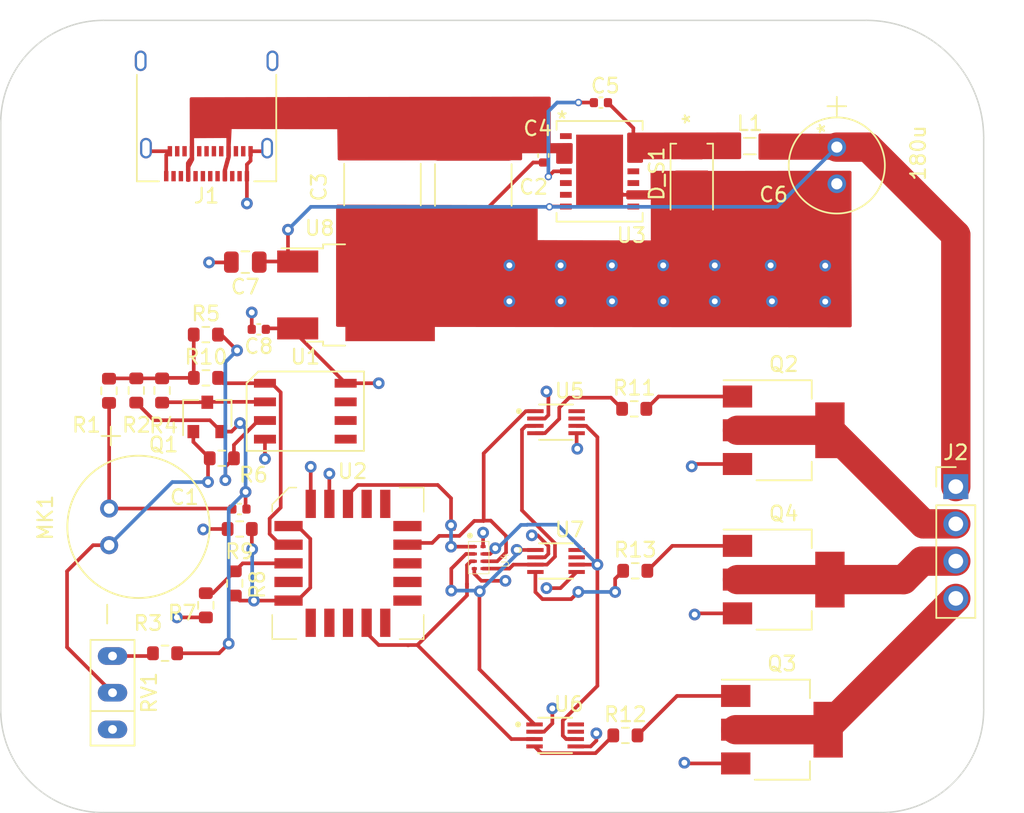
<source format=kicad_pcb>
(kicad_pcb (version 20211014) (generator pcbnew)
  (layers (0 "F.Cu" signal "TOP") (1 "In1.Cu" signal) (2 "In2.Cu" signal) (31 "B.Cu" signal "Bottom") (34 "B.Paste" user) (35 "F.Paste" user) (36 "B.SilkS" user "B.Silkscreen") (37 "F.SilkS" user "F.Silkscreen") (38 "B.Mask" user) (39 "F.Mask" user) (44 "Edge.Cuts" user))
  (net 0 "")
  (net 1 "+5V")
  (net 2 "GND")
  (net 3 "Net-(MK1-Pad1)")
  (net 4 "Net-(Q1-Pad3)")
  (net 5 "Net-(R1-Pad1)")
  (net 6 "V_H")
  (net 7 "V_L")
  (net 11 "Net-(C1-Pad1)")
  (net 12 "Net-(C1-Pad2)")
  (net 21 "+12V")
  (net 22 "Green")
  (net 23 "Red")
  (net 24 "Blue")
  (net 25 "Net-(Q2-Pad1)")
  (net 26 "Net-(Q3-Pad1)")
  (net 27 "Net-(Q4-Pad1)")
  (net 28 "Net-(R3-Pad2)")
  (net 29 "Net-(R5-Pad2)")
  (net 30 "Net-(R10-Pad2)")
  (net 31 "Net-(R11-Pad1)")
  (net 32 "Net-(R12-Pad1)")
  (net 33 "Net-(R13-Pad1)")
  (net 34 "A")
  (net 39 "C")
  (net 44 "B")
  (net 48 "B_")
  (net 49 "C_")
  (net 50 "A_")
  (net 51 "VDC")
  (net 52 "Net-(C5-Pad1)")
  (net 53 "Net-(C5-Pad2)")
  (footprint "Resistor_SMD:R_0603_1608Metric" (layer "F.Cu") (at 177.29 130.67 180)
    (fp_text reference "R9")
    (fp_text value "6.5k")
  )
  (footprint "Capacitor_SMD:C_0402_1005Metric" (layer "F.Cu") (at 201.91 101.609 180)
    (fp_text reference "C5")
    (fp_text value "10n")
  )
  (footprint "Varistor:SIP-3" (layer "F.Cu") (at 168.62 141.83 90)
    (fp_text reference "RV1")
    (fp_text value "100k")
  )
  (footprint "Resistor_SMD:R_0603_1608Metric" (layer "F.Cu") (at 176.07 125.85 180)
    (fp_text reference "R6")
    (fp_text value "10k")
  )
  (footprint "Package_SO:SOIC-8 4mmx7mm" (layer "F.Cu") (at 181.76 122.64 -90)
    (fp_text reference "U1")
    (fp_text value "LM393")
  )
  (footprint "Capacitor_SMD:C_2220_5650Metric" (layer "F.Cu") (at 187.02 107.189 -90)
    (fp_text reference "C3")
    (fp_text value "15u")
  )
  (footprint "Capacitor_SMD:C_2220_5650Metric" (layer "F.Cu") (at 193.21 107.219 -90)
    (fp_text reference "C2")
    (fp_text value "15u")
  )
  (footprint "Resistor_SMD:R_0603_1608Metric" (layer "F.Cu") (at 203.58 144.74)
    (fp_text reference "R12")
    (fp_text value "10k")
  )
  (footprint "Converter_DCDC:LM2676SD-12&slash_NOPB" (layer "F.Cu") (at 201.82 106.29)
    (fp_text reference "U3")
    (fp_text value "LM2676SD-12/NOPB")
  )
  (footprint "Capacitor_SMD:C_0805_2012Metric" (layer "F.Cu") (at 177.67 112.48 180)
    (fp_text reference "C7")
    (fp_text value "0.33uF")
  )
  (footprint "Resistor_SMD:R_0603_1608Metric" (layer "F.Cu") (at 170.24 121.23 -90)
    (fp_text reference "R2")
    (fp_text value "100k")
  )
  (footprint "Capacitor_SMD:C_0402_1005Metric" (layer "F.Cu") (at 177.27 129.31)
    (fp_text reference "C1")
    (fp_text value "0.1u")
  )
  (footprint "Resistor_SMD:R_0603_1608Metric" (layer "F.Cu") (at 204.25 133.52)
    (fp_text reference "R13")
    (fp_text value "10k")
  )
  (footprint "Capacitor_SMD:C_0402_1005Metric" (layer "F.Cu") (at 197.99 105.209 -90)
    (fp_text reference "C4")
    (fp_text value "0.47u")
  )
  (footprint "Package_SO:SOP50P310X90-8N" (layer "F.Cu") (at 198.85 123.39)
    (fp_text reference "U5")
    (fp_text value "74LVC1G11")
  )
  (footprint "Resistor_SMD:R_0603_1608Metric" (layer "F.Cu") (at 172 121.23 -90)
    (fp_text reference "R4")
    (fp_text value "10k")
  )
  (footprint "Package_SO:SOP50P310X90-8N" (layer "F.Cu") (at 198.79 144.74)
    (fp_text reference "U6")
    (fp_text value "74LVC1G11")
  )
  (footprint "Connector_USB:USB_C_Receptacle_Amphenol_12401610E4-2A" (layer "F.Cu") (at 175.03 101.6 180)
    (fp_text reference "J1")
    (fp_text value "USB_C_Receptacle")
  )
  (footprint "Connector_PinHeader_2.54mm:PinHeader_1x04_P2.54mm_Vertical" (layer "F.Cu") (at 226.1 127.78)
    (fp_text reference "J2")
    (fp_text value "Conn_01x04")
  )
  (footprint "Package_LCC:PLCC-20" (layer "F.Cu") (at 184.67 133.01)
    (fp_text reference "U2")
    (fp_text value "LM3914V")
  )
  (footprint "Package_SO:SOP50P310X90-8N" (layer "F.Cu") (at 198.85 132.85)
    (fp_text reference "U7")
    (fp_text value "74LVC1G11")
  )
  (footprint "Package_TO_SOT_SMD:TO-236" (layer "F.Cu") (at 175.13 122.78)
    (fp_text reference "Q1")
    (fp_text value "NSS1C201LT1G")
  )
  (footprint "Package_TO_SOT_SMD:SOT-223" (layer "F.Cu") (at 214.25 144.35)
    (fp_text reference "Q3")
    (fp_text value "STN851-A")
  )
  (footprint "Resistor_SMD:R_0603_1608Metric" (layer "F.Cu") (at 204.18 122.48)
    (fp_text reference "R11")
    (fp_text value "10k")
  )
  (footprint "Inductor_SMD:L_0805_2012Metric" (layer "F.Cu") (at 212.06 104.569)
    (fp_text reference "L1")
    (fp_text value "33u")
  )
  (footprint "Package_SON:SN74LVC1G11DSFR" (layer "F.Cu") (at 193.58 132.62 -90)
    (fp_text reference "U4")
    (fp_text value "74LVC3G06")
  )
  (footprint "Capacitor_THT:UPM1C181MED1TD" (layer "F.Cu") (at 217.99 104.6405 -90)
    (fp_text reference "C6")
    (fp_text value "180u")
  )
  (footprint "Resistor_SMD:R_0603_1608Metric" (layer "F.Cu") (at 168.38 121.25 -90)
    (fp_text reference "R1")
    (fp_text value "10k")
  )
  (footprint "Package_TO_SOT_SMD:DPak" (layer "F.Cu") (at 185.28 115.38)
    (fp_text reference "U8")
    (fp_text value "L7805")
  )
  (footprint "Package_TO_SOT_SMD:SOT-223" (layer "F.Cu") (at 214.37 123.94)
    (fp_text reference "Q2")
    (fp_text value "STN851-A")
  )
  (footprint "Resistor_SMD:R_0603_1608Metric" (layer "F.Cu") (at 174.98 117.42)
    (fp_text reference "R5")
    (fp_text value "10k")
  )
  (footprint "Capacitor_SMD:C_0402_1005Metric" (layer "F.Cu") (at 178.59 117.06 180)
    (fp_text reference "C8")
    (fp_text value "0.1u")
  )
  (footprint "Package_TO_SOT_SMD:SOT-223" (layer "F.Cu") (at 214.37 134.12)
    (fp_text reference "Q4")
    (fp_text value "STN851-A")
  )
  (footprint "Resistor_SMD:R_0603_1608Metric" (layer "F.Cu") (at 172.2 139.14 180)
    (fp_text reference "R3")
    (fp_text value "10k")
  )
  (footprint "Resistor_SMD:R_0603_1608Metric" (layer "F.Cu") (at 176.95 134.38 -90)
    (fp_text reference "R8")
    (fp_text value "8.7k")
  )
  (footprint "Resistor_SMD:R_0603_1608Metric" (layer "F.Cu") (at 174.98 135.87 90)
    (fp_text reference "R7")
    (fp_text value "11.8k")
  )
  (footprint "Diode_SMD:V4PAN50-M3&slash_I" (layer "F.Cu") (at 208.10345 106.6529 -90)
    (fp_text reference "D_S1")
    (fp_text value "V4PAN50-M3/I")
  )
  (footprint "Microphone:MIC_AOM-4546P-R" (layer "F.Cu") (at 170.39 130.525 90)
    (fp_text reference "MK1")
    (fp_text value "Microphone")
  )
  (footprint "Resistor_SMD:R_0603_1608Metric" (layer "F.Cu") (at 174.99 120.37)
    (fp_text reference "R10")
    (fp_text value "10k")
  )
  (gr_arc (start 161 103) (mid 163.050253 98.050253) (end 168 96) (layer "Edge.Cuts") (width 0.1))
  (gr_line (start 168 96) (end 220 96) (layer "Edge.Cuts") (width 0.1))
  (gr_arc (start 168 150) (mid 163.050253 147.949747) (end 161 143) (layer "Edge.Cuts") (width 0.1))
  (gr_line (start 161 143) (end 161 103) (layer "Edge.Cuts") (width 0.1))
  (gr_line (start 221 150) (end 168 150) (layer "Edge.Cuts") (width 0.1))
  (gr_line (start 228 104) (end 228 143) (layer "Edge.Cuts") (width 0.1))
  (gr_arc (start 228 143) (mid 225.949747 147.949747) (end 221 150) (layer "Edge.Cuts") (width 0.1))
  (gr_arc (start 220 96) (mid 225.656854 98.343146) (end 228 104) (layer "Edge.Cuts") (width 0.1))
  (segment (start 199.155 134.7) (end 198.2 134.7) (width 0.25) (layer "F.Cu") (net 1))
  (segment (start 184.51 120.735) (end 186.765 120.735) (width 0.25) (layer "F.Cu") (net 1))
  (segment (start 200.255 125.155) (end 200.3 125.2) (width 0.25) (layer "F.Cu") (net 1))
  (segment (start 193.9 130.9) (end 193.88 130.92) (width 0.25) (layer "F.Cu") (net 1))
  (segment (start 201.6 145.1) (end 201.6 144.6) (width 0.25) (layer "F.Cu") (net 1))
  (segment (start 200.255 124.14) (end 200.255 125.155) (width 0.25) (layer "F.Cu") (net 1))
  (segment (start 201.21 145.49) (end 201.6 145.1) (width 0.25) (layer "F.Cu") (net 1))
  (segment (start 200.255 133.6) (end 199.155 134.7) (width 0.25) (layer "F.Cu") (net 1))
  (segment (start 182.13 128.9575) (end 182.13 126.43) (width 0.25) (layer "F.Cu") (net 1))
  (segment (start 181.2425 116.9975) (end 179.1325 116.9975) (width 0.25) (layer "F.Cu") (net 1))
  (segment (start 182.1 126.4) (end 182.13 126.43) (width 0.25) (layer "F.Cu") (net 1))
  (segment (start 193.88 131.87) (end 193.88 130.92) (width 0.25) (layer "F.Cu") (net 1))
  (segment (start 200.195 145.49) (end 201.21 145.49) (width 0.25) (layer "F.Cu") (net 1))
  (segment (start 173 136.7) (end 173.005 136.695) (width 0.25) (layer "F.Cu") (net 1))
  (segment (start 181.2425 117.4675) (end 184.51 120.735) (width 0.25) (layer "F.Cu") (net 1))
  (segment (start 179.1325 116.9975) (end 179.07 117.06) (width 0.25) (layer "F.Cu") (net 1))
  (segment (start 180.3625 117.07) (end 180.845 117.07) (width 0.25) (layer "F.Cu") (net 1))
  (segment (start 186.8 120.7) (end 186.765 120.735) (width 0.25) (layer "F.Cu") (net 1))
  (segment (start 174.98 136.695) (end 173.005 136.695) (width 0.25) (layer "F.Cu") (net 1))
  (segment (start 181.2425 116.9975) (end 181.2425 117.4675) (width 0.25) (layer "F.Cu") (net 1))
  (via (at 182.13 126.43) (size 0.8) (drill 0.4) (layers "F.Cu" "B.Cu") (net 1))
  (via (at 186.765 120.735) (size 0.8) (drill 0.4) (layers "F.Cu" "B.Cu") (net 1))
  (via (at 200.3 125.2) (size 0.8) (drill 0.4) (layers "F.Cu" "B.Cu") (net 1))
  (via (at 193.88 130.92) (size 0.8) (drill 0.4) (layers "F.Cu" "B.Cu") (net 1))
  (via (at 198.2 134.7) (size 0.8) (drill 0.4) (layers "F.Cu" "B.Cu") (net 1))
  (via (at 173.005 136.695) (size 0.8) (drill 0.4) (layers "F.Cu" "B.Cu") (net 1))
  (via (at 201.6 144.6) (size 0.8) (drill 0.4) (layers "F.Cu" "B.Cu") (net 1))
  (segment (start 198.32952 132.364675) (end 198.32952 131.835325) (width 0.25) (layer "F.Cu") (net 2))
  (segment (start 198.32952 131.835325) (end 197.594195 131.1) (width 0.25) (layer "F.Cu") (net 2))
  (segment (start 176.72 112.48) (end 176.7 112.5) (width 0.25) (layer "F.Cu") (net 2))
  (segment (start 193.28 133.37) (end 193.28 133.72) (width 0.25) (layer "F.Cu") (net 2))
  (segment (start 193.28 133.72) (end 193.76 134.2) (width 0.25) (layer "F.Cu") (net 2))
  (segment (start 197.594195 131.1) (end 197.2 131.1) (width 0.25) (layer "F.Cu") (net 2))
  (segment (start 197.385 144.49) (end 198.034195 144.49) (width 0.25) (layer "F.Cu") (net 2))
  (segment (start 179 125.9) (end 179.01 125.89) (width 0.25) (layer "F.Cu") (net 2))
  (segment (start 203.419999 107.889999) (end 201.82 106.29) (width 0.25) (layer "F.Cu") (net 2))
  (segment (start 198.32952 122.904675) (end 198.32952 121.42952) (width 0.25) (layer "F.Cu") (net 2))
  (segment (start 198.6 143.924195) (end 198.6 142.9) (width 0.25) (layer "F.Cu") (net 2))
  (segment (start 178.1 115.9) (end 178.11 115.91) (width 0.25) (layer "F.Cu") (net 2))
  (segment (start 208.26 126.24) (end 208.1 126.4) (width 0.25) (layer "F.Cu") (net 2))
  (segment (start 211.1 146.65) (end 207.65 146.65) (width 0.25) (layer "F.Cu") (net 2))
  (segment (start 197.29 105.689) (end 193.21 109.769) (width 0.25) (layer "F.Cu") (net 2))
  (segment (start 198.094195 132.6) (end 198.32952 132.364675) (width 0.25) (layer "F.Cu") (net 2))
  (segment (start 176.465 130.67) (end 174.83 130.67) (width 0.25) (layer "F.Cu") (net 2))
  (segment (start 197.445 123.14) (end 198.094195 123.14) (width 0.25) (layer "F.Cu") (net 2))
  (segment (start 178.03 104.92) (end 178.95 104.92) (width 0.25) (layer "F.Cu") (net 2))
  (segment (start 183.4 128.9575) (end 183.4 127) (width 0.25) (layer "F.Cu") (net 2))
  (segment (start 179.01 124.545) (end 179.01 125.89) (width 0.25) (layer "F.Cu") (net 2))
  (segment (start 178.03 104.92) (end 178.03 105.570727) (width 0.25) (layer "F.Cu") (net 2))
  (segment (start 177.8 108.5) (end 177.78 108.48) (width 0.25) (layer "F.Cu") (net 2))
  (segment (start 171.11 104.92) (end 170.9 104.71) (width 0.25) (layer "F.Cu") (net 2))
  (segment (start 177.78 106.62) (end 177.78 108.48) (width 0.25) (layer "F.Cu") (net 2))
  (segment (start 183.4 127) (end 183.4 126.9) (width 0.25) (layer "F.Cu") (net 2))
  (segment (start 211.22 136.42) (end 208.38 136.42) (width 0.25) (layer "F.Cu") (net 2))
  (segment (start 211.22 126.24) (end 208.26 126.24) (width 0.25) (layer "F.Cu") (net 2))
  (segment (start 178.95 104.92) (end 179.16 104.71) (width 0.25) (layer "F.Cu") (net 2))
  (segment (start 198.094195 123.14) (end 198.32952 122.904675) (width 0.25) (layer "F.Cu") (net 2))
  (segment (start 176.7 112.5) (end 175.2 112.5) (width 0.25) (layer "F.Cu") (net 2))
  (segment (start 178.11 117.06) (end 178.11 115.91) (width 0.25) (layer "F.Cu") (net 2))
  (segment (start 196.261 109.769) (end 193.21 109.769) (width 0.25) (layer "F.Cu") (net 2))
  (segment (start 198.034195 144.49) (end 198.6 143.924195) (width 0.25) (layer "F.Cu") (net 2))
  (segment (start 207.65 146.65) (end 207.6 146.6) (width 0.25) (layer "F.Cu") (net 2))
  (segment (start 178.03 105.570727) (end 177.78 105.820727) (width 0.25) (layer "F.Cu") (net 2))
  (segment (start 172.28 105.17) (end 172.53 104.92) (width 0.25) (layer "F.Cu") (net 2))
  (segment (start 208.38 136.42) (end 208.3 136.5) (width 0.25) (layer "F.Cu") (net 2))
  (segment (start 172.53 104.92) (end 171.11 104.92) (width 0.25) (layer "F.Cu") (net 2))
  (segment (start 172.28 106.62) (end 172.28 105.17) (width 0.25) (layer "F.Cu") (net 2))
  (segment (start 197.99 105.689) (end 197.29 105.689) (width 0.25) (layer "F.Cu") (net 2))
  (segment (start 177.78 105.820727) (end 177.78 106.62) (width 0.25) (layer "F.Cu") (net 2))
  (segment (start 197.445 132.6) (end 198.094195 132.6) (width 0.25) (layer "F.Cu") (net 2))
  (segment (start 198.32952 121.42952) (end 198.2 121.3) (width 0.25) (layer "F.Cu") (net 2))
  (segment (start 174.83 130.67) (end 174.8 130.7) (width 0.25) (layer "F.Cu") (net 2))
  (segment (start 204.12 107.889999) (end 203.419999 107.889999) (width 0.25) (layer "F.Cu") (net 2))
  (segment (start 193.76 134.2) (end 195.4 134.2) (width 0.25) (layer "F.Cu") (net 2))
  (via (at 206.17 115.15) (size 0.8) (drill 0.4) (layers "F.Cu" "B.Cu") (net 2))
  (via (at 199.17 115.15) (size 0.8) (drill 0.4) (layers "F.Cu" "B.Cu") (net 2))
  (via (at 217.2 115.17) (size 0.8) (drill 0.4) (layers "F.Cu" "B.Cu") (net 2))
  (via (at 175.2 112.5) (size 0.8) (drill 0.4) (layers "F.Cu" "B.Cu") (net 2))
  (via (at 213.57 115.15) (size 0.8) (drill 0.4) (layers "F.Cu" "B.Cu") (net 2))
  (via (at 207.6 146.6) (size 0.8) (drill 0.4) (layers "F.Cu" "B.Cu") (net 2))
  (via (at 198.2 121.3) (size 0.8) (drill 0.4) (layers "F.Cu" "B.Cu") (net 2))
  (via (at 195.67 115.15) (size 0.8) (drill 0.4) (layers "F.Cu" "B.Cu") (net 2))
  (via (at 217.2 112.72) (size 0.8) (drill 0.4) (layers "F.Cu" "B.Cu") (net 2))
  (via (at 197.2 131.1) (size 0.8) (drill 0.4) (layers "F.Cu" "B.Cu") (net 2))
  (via (at 179.01 125.89) (size 0.8) (drill 0.4) (layers "F.Cu" "B.Cu") (net 2))
  (via (at 199.165 112.7) (size 0.8) (drill 0.4) (layers "F.Cu" "B.Cu") (net 2))
  (via (at 183.4 126.9) (size 0.8) (drill 0.4) (layers "F.Cu" "B.Cu") (net 2))
  (via (at 177.78 108.48) (size 0.8) (drill 0.4) (layers "F.Cu" "B.Cu") (net 2))
  (via (at 174.8 130.7) (size 0.8) (drill 0.4) (layers "F.Cu" "B.Cu") (net 2))
  (via (at 202.66 112.7) (size 0.8) (drill 0.4) (layers "F.Cu" "B.Cu") (net 2))
  (via (at 208.3 136.5) (size 0.8) (drill 0.4) (layers "F.Cu" "B.Cu") (net 2))
  (via (at 195.4 134.2) (size 0.8) (drill 0.4) (layers "F.Cu" "B.Cu") (net 2))
  (via (at 202.67 115.15) (size 0.8) (drill 0.4) (layers "F.Cu" "B.Cu") (net 2))
  (via (at 209.67 115.15) (size 0.8) (drill 0.4) (layers "F.Cu" "B.Cu") (net 2))
  (via (at 198.6 142.9) (size 0.8) (drill 0.4) (layers "F.Cu" "B.Cu") (net 2))
  (via (at 208.1 126.4) (size 0.8) (drill 0.4) (layers "F.Cu" "B.Cu") (net 2))
  (via (at 178.11 115.91) (size 0.8) (drill 0.4) (layers "F.Cu" "B.Cu") (net 2))
  (via (at 195.67 112.7) (size 0.8) (drill 0.4) (layers "F.Cu" "B.Cu") (net 2))
  (via (at 209.67 112.7) (size 0.8) (drill 0.4) (layers "F.Cu" "B.Cu") (net 2))
  (via (at 213.48 112.7) (size 0.8) (drill 0.4) (layers "F.Cu" "B.Cu") (net 2))
  (via (at 206.155 112.7) (size 0.8) (drill 0.4) (layers "F.Cu" "B.Cu") (net 2))
  (segment (start 165.52 138.73) (end 168.62 141.83) (width 0.25) (layer "F.Cu") (net 3))
  (segment (start 165.52 133.55) (end 165.52 138.73) (width 0.25) (layer "F.Cu") (net 3))
  (segment (start 175.13 127.47) (end 175.13 125.965) (width 0.25) (layer "F.Cu") (net 3))
  (segment (start 175.13 125.965) (end 175.245 125.85) (width 0.25) (layer "F.Cu") (net 3))
  (segment (start 174.13 124.735) (end 175.245 125.85) (width 0.25) (layer "F.Cu") (net 3))
  (segment (start 174.13 124.03) (end 174.13 124.735) (width 0.25) (layer "F.Cu") (net 3))
  (segment (start 167.295 131.775) (end 165.52 133.55) (width 0.25) (layer "F.Cu") (net 3))
  (segment (start 168.39 131.775) (end 167.295 131.775) (width 0.25) (layer "F.Cu") (net 3))
  (via (at 175.13 127.47) (size 0.8) (drill 0.4) (layers "F.Cu" "B.Cu") (net 3))
  (segment (start 172.695 127.47) (end 175.13 127.47) (width 0.25) (layer "B.Cu") (net 3))
  (segment (start 168.39 131.775) (end 172.695 127.47) (width 0.25) (layer "B.Cu") (net 3))
  (segment (start 175.08 122.03) (end 172.025 122.03) (width 0.25) (layer "F.Cu") (net 4))
  (segment (start 179.01 122.005) (end 175.105 122.005) (width 0.25) (layer "F.Cu") (net 4))
  (segment (start 175.105 122.005) (end 175.08 122.03) (width 0.25) (layer "F.Cu") (net 4))
  (segment (start 172.025 122.03) (end 172 122.055) (width 0.25) (layer "F.Cu") (net 4))
  (segment (start 174.155 120.36) (end 174.165 120.37) (width 0.25) (layer "F.Cu") (net 5))
  (segment (start 172.035 120.37) (end 172 120.405) (width 0.25) (layer "F.Cu") (net 5))
  (segment (start 174.155 117.42) (end 174.155 120.36) (width 0.25) (layer "F.Cu") (net 5))
  (segment (start 172 120.405) (end 168.4 120.405) (width 0.25) (layer "F.Cu") (net 5))
  (segment (start 174.165 120.37) (end 172.035 120.37) (width 0.25) (layer "F.Cu") (net 5))
  (segment (start 168.4 120.405) (end 168.38 120.425) (width 0.25) (layer "F.Cu") (net 5))
  (segment (start 177.495 133.01) (end 180.6175 133.01) (width 0.25) (layer "F.Cu") (net 6))
  (segment (start 174.98 135.045) (end 175.46 135.045) (width 0.25) (layer "F.Cu") (net 6))
  (segment (start 176.95 133.555) (end 177.495 133.01) (width 0.25) (layer "F.Cu") (net 6))
  (segment (start 175.46 135.045) (end 176.95 133.555) (width 0.25) (layer "F.Cu") (net 6))
  (segment (start 178.115 130.67) (end 178.115 132.025) (width 0.25) (layer "F.Cu") (net 7))
  (segment (start 178.115 132.025) (end 178.14 132.05) (width 0.25) (layer "F.Cu") (net 7))
  (segment (start 182.1 134.67) (end 181.22 135.55) (width 0.25) (layer "F.Cu") (net 7))
  (segment (start 176.95 135.205) (end 177.295 135.55) (width 0.25) (layer "F.Cu") (net 7))
  (segment (start 182.1 131.34) (end 182.1 134.67) (width 0.25) (layer "F.Cu") (net 7))
  (segment (start 181.23 130.47) (end 182.1 131.34) (width 0.25) (layer "F.Cu") (net 7))
  (segment (start 177.295 135.55) (end 178.26 135.55) (width 0.25) (layer "F.Cu") (net 7))
  (segment (start 180.6175 130.47) (end 181.23 130.47) (width 0.25) (layer "F.Cu") (net 7))
  (segment (start 181.22 135.55) (end 180.6175 135.55) (width 0.25) (layer "F.Cu") (net 7))
  (segment (start 178.26 135.55) (end 180.6175 135.55) (width 0.25) (layer "F.Cu") (net 7))
  (via (at 178.14 132.05) (size 0.8) (drill 0.4) (layers "F.Cu" "B.Cu") (net 7))
  (via (at 178.26 135.55) (size 0.8) (drill 0.4) (layers "F.Cu" "B.Cu") (net 7))
  (segment (start 178.14 132.05) (end 178.14 135.47) (width 0.25) (layer "B.Cu") (net 7))
  (segment (start 178.14 135.47) (end 178.24 135.57) (width 0.25) (layer "B.Cu") (net 7))
  (segment (start 178.24 135.57) (end 178.26 135.55) (width 0.25) (layer "B.Cu") (net 7))
  (segment (start 168.39 122.085) (end 168.39 129.275) (width 0.25) (layer "F.Cu") (net 11))
  (segment (start 168.38 122.075) (end 168.39 122.085) (width 0.25) (layer "F.Cu") (net 11))
  (segment (start 176.79 129.31) (end 176.755 129.275) (width 0.25) (layer "F.Cu") (net 11))
  (segment (start 176.755 129.275) (end 168.39 129.275) (width 0.25) (layer "F.Cu") (net 11))
  (segment (start 171.440489 123.255489) (end 175.255489 123.255489) (width 0.25) (layer "F.Cu") (net 12))
  (segment (start 170.24 122.055) (end 171.440489 123.255489) (width 0.25) (layer "F.Cu") (net 12))
  (segment (start 175.88 139.14) (end 176.54 138.48) (width 0.25) (layer "F.Cu") (net 12))
  (segment (start 173.025 139.14) (end 175.88 139.14) (width 0.25) (layer "F.Cu") (net 12))
  (segment (start 175.255489 123.255489) (end 176.03 124.03) (width 0.25) (layer "F.Cu") (net 12))
  (segment (start 176.73 124.03) (end 177.31 123.45) (width 0.25) (layer "F.Cu") (net 12))
  (segment (start 176.03 124.03) (end 176.73 124.03) (width 0.25) (layer "F.Cu") (net 12))
  (segment (start 177.69 128.14) (end 177.69 129.25) (width 0.25) (layer "F.Cu") (net 12))
  (segment (start 177.69 129.25) (end 177.75 129.31) (width 0.25) (layer "F.Cu") (net 12))
  (via (at 177.69 128.14) (size 0.8) (drill 0.4) (layers "F.Cu" "B.Cu") (net 12))
  (via (at 176.54 138.48) (size 0.8) (drill 0.4) (layers "F.Cu" "B.Cu") (net 12))
  (via (at 177.31 123.45) (size 0.8) (drill 0.4) (layers "F.Cu" "B.Cu") (net 12))
  (segment (start 177.31 123.45) (end 177.69 123.83) (width 0.25) (layer "B.Cu") (net 12))
  (segment (start 177.69 123.83) (end 177.69 128.14) (width 0.25) (layer "B.Cu") (net 12))
  (segment (start 176.54 129.29) (end 177.69 128.14) (width 0.25) (layer "B.Cu") (net 12))
  (segment (start 176.54 138.48) (end 176.54 129.29) (width 0.25) (layer "B.Cu") (net 12))
  (segment (start 220.1105 104.6405) (end 226.1 110.63) (width 2) (layer "F.Cu") (net 21))
  (segment (start 226.1 110.63) (end 226.1 127.78) (width 2) (layer "F.Cu") (net 21))
  (segment (start 181.2425 112.4375) (end 178.6625 112.4375) (width 0.25) (layer "F.Cu") (net 21))
  (segment (start 198.42 108.69) (end 198.4 108.71) (width 0.25) (layer "F.Cu") (net 21))
  (segment (start 180.58 110.27) (end 180.58 112.2925) (width 0.25) (layer "F.Cu") (net 21))
  (segment (start 180.58 112.2925) (end 180.3625 112.51) (width 0.25) (layer "F.Cu") (net 21))
  (segment (start 178.6625 112.4375) (end 178.62 112.48) (width 0.25) (layer "F.Cu") (net 21))
  (segment (start 199.52 108.69) (end 198.42 108.69) (width 0.25) (layer "F.Cu") (net 21))
  (segment (start 217.99 104.6405) (end 220.1105 104.6405) (width 2) (layer "F.Cu") (net 21))
  (via (at 198.4 108.71) (size 0.5) (drill 0.3) (layers "F.Cu" "B.Cu") (net 21))
  (via (at 180.58 110.27) (size 0.8) (drill 0.4) (layers "F.Cu" "B.Cu") (net 21))
  (segment (start 182.14 108.71) (end 180.58 110.27) (width 0.25) (layer "B.Cu") (net 21))
  (segment (start 198.4 108.71) (end 213.9205 108.71) (width 0.25) (layer "B.Cu") (net 21))
  (segment (start 213.9205 108.71) (end 217.99 104.6405) (width 0.25) (layer "B.Cu") (net 21))
  (segment (start 198.4 108.71) (end 182.14 108.71) (width 0.25) (layer "B.Cu") (net 21))
  (segment (start 223.9 130.32) (end 226.1 130.32) (width 2) (layer "F.Cu") (net 22))
  (segment (start 217.52 123.94) (end 223.9 130.32) (width 2) (layer "F.Cu") (net 22))
  (segment (start 211.22 123.94) (end 217.52 123.94) (width 2) (layer "F.Cu") (net 22))
  (segment (start 222.54 134.12) (end 223.8 132.86) (width 2) (layer "F.Cu") (net 23))
  (segment (start 217.52 134.12) (end 211.22 134.12) (width 2) (layer "F.Cu") (net 23))
  (segment (start 223.8 132.86) (end 226.1 132.86) (width 2) (layer "F.Cu") (net 23))
  (segment (start 217.52 134.12) (end 222.54 134.12) (width 2) (layer "F.Cu") (net 23))
  (segment (start 217.15 144.35) (end 226.1 135.4) (width 2) (layer "F.Cu") (net 24))
  (segment (start 211.1 144.35) (end 217.15 144.35) (width 2) (layer "F.Cu") (net 24))
  (segment (start 205.005 122.48) (end 205.845 121.64) (width 0.25) (layer "F.Cu") (net 25))
  (segment (start 205.845 121.64) (end 211.22 121.64) (width 0.25) (layer "F.Cu") (net 25))
  (segment (start 204.405 144.74) (end 207.095 142.05) (width 0.25) (layer "F.Cu") (net 26))
  (segment (start 207.095 142.05) (end 211.1 142.05) (width 0.25) (layer "F.Cu") (net 26))
  (segment (start 205.075 133.52) (end 206.775 131.82) (width 0.25) (layer "F.Cu") (net 27))
  (segment (start 206.775 131.82) (end 211.22 131.82) (width 0.25) (layer "F.Cu") (net 27))
  (segment (start 168.62 139.33) (end 171.185 139.33) (width 0.25) (layer "F.Cu") (net 28))
  (segment (start 171.185 139.33) (end 171.375 139.14) (width 0.25) (layer "F.Cu") (net 28))
  (segment (start 175.805 117.42) (end 176.03 117.42) (width 0.25) (layer "F.Cu") (net 29))
  (segment (start 176.31 127.34) (end 176.31 126.435) (width 0.25) (layer "F.Cu") (net 29))
  (segment (start 178.56 123.275) (end 176.895 124.94) (width 0.25) (layer "F.Cu") (net 29))
  (segment (start 176.31 126.435) (end 176.895 125.85) (width 0.25) (layer "F.Cu") (net 29))
  (segment (start 176.895 124.94) (end 176.895 125.85) (width 0.25) (layer "F.Cu") (net 29))
  (segment (start 176.03 117.42) (end 177.11 118.5) (width 0.25) (layer "F.Cu") (net 29))
  (segment (start 179.01 123.275) (end 178.56 123.275) (width 0.25) (layer "F.Cu") (net 29))
  (via (at 177.11 118.5) (size 0.8) (drill 0.4) (layers "F.Cu" "B.Cu") (net 29))
  (via (at 176.31 127.34) (size 0.8) (drill 0.4) (layers "F.Cu" "B.Cu") (net 29))
  (segment (start 177.11 118.5) (end 176.31 119.3) (width 0.25) (layer "B.Cu") (net 29))
  (segment (start 176.31 119.3) (end 176.31 127.34) (width 0.25) (layer "B.Cu") (net 29))
  (segment (start 176.18 120.735) (end 179.01 120.735) (width 0.25) (layer "F.Cu") (net 30))
  (segment (start 179.330489 131.010489) (end 180.06 131.74) (width 0.25) (layer "F.Cu") (net 30))
  (segment (start 180.084511 121.359511) (end 180.084511 129.205489) (width 0.25) (layer "F.Cu") (net 30))
  (segment (start 179.330489 129.959511) (end 179.330489 131.010489) (width 0.25) (layer "F.Cu") (net 30))
  (segment (start 179.01 120.735) (end 179.46 120.735) (width 0.25) (layer "F.Cu") (net 30))
  (segment (start 179.46 120.735) (end 180.084511 121.359511) (width 0.25) (layer "F.Cu") (net 30))
  (segment (start 175.815 120.37) (end 176.18 120.735) (width 0.25) (layer "F.Cu") (net 30))
  (segment (start 180.06 131.74) (end 180.6175 131.74) (width 0.25) (layer "F.Cu") (net 30))
  (segment (start 180.084511 129.205489) (end 179.330489 129.959511) (width 0.25) (layer "F.Cu") (net 30))
  (segment (start 199.07 123.164195) (end 199.07 122.4) (width 0.25) (layer "F.Cu") (net 31))
  (segment (start 202.595 121.72) (end 203.355 122.48) (width 0.25) (layer "F.Cu") (net 31))
  (segment (start 199.75 121.72) (end 202.595 121.72) (width 0.25) (layer "F.Cu") (net 31))
  (segment (start 197.445 124.14) (end 198.094195 124.14) (width 0.25) (layer "F.Cu") (net 31))
  (segment (start 198.094195 124.14) (end 199.07 123.164195) (width 0.25) (layer "F.Cu") (net 31))
  (segment (start 199.07 122.4) (end 199.75 121.72) (width 0.25) (layer "F.Cu") (net 31))
  (segment (start 202.755 144.74) (end 201.54548 145.94952) (width 0.25) (layer "F.Cu") (net 32))
  (segment (start 201.54548 145.94952) (end 197.84452 145.94952) (width 0.25) (layer "F.Cu") (net 32))
  (segment (start 197.84452 145.94952) (end 197.385 145.49) (width 0.25) (layer "F.Cu") (net 32))
  (segment (start 199.88049 135.44951) (end 200.37 134.96) (width 0.25) (layer "F.Cu") (net 33))
  (segment (start 197.445 134.9696) (end 197.92491 135.44951) (width 0.25) (layer "F.Cu") (net 33))
  (segment (start 202.88 134.96) (end 202.88 134.065) (width 0.25) (layer "F.Cu") (net 33))
  (segment (start 202.88 134.065) (end 203.425 133.52) (width 0.25) (layer "F.Cu") (net 33))
  (segment (start 197.445 133.6) (end 197.445 134.9696) (width 0.25) (layer "F.Cu") (net 33))
  (segment (start 197.92491 135.44951) (end 199.88049 135.44951) (width 0.25) (layer "F.Cu") (net 33))
  (via (at 200.37 134.96) (size 0.8) (drill 0.4) (layers "F.Cu" "B.Cu") (net 33))
  (via (at 202.88 134.96) (size 0.8) (drill 0.4) (layers "F.Cu" "B.Cu") (net 33))
  (segment (start 200.37 134.96) (end 202.88 134.96) (width 0.25) (layer "B.Cu") (net 33))
  (segment (start 190.790489 127.670489) (end 191.693459 128.573459) (width 0.25) (layer "F.Cu") (net 34))
  (segment (start 191.693459 131.873459) (end 193.276541 131.873459) (width 0.25) (layer "F.Cu") (net 34))
  (segment (start 185.344511 127.670489) (end 190.790489 127.670489) (width 0.25) (layer "F.Cu") (net 34))
  (segment (start 184.67 128.9575) (end 184.67 128.345) (width 0.25) (layer "F.Cu") (net 34))
  (segment (start 191.9 130.67) (end 191.693459 130.463459) (width 0.25) (layer "F.Cu") (net 34))
  (segment (start 184.67 128.345) (end 185.344511 127.670489) (width 0.25) (layer "F.Cu") (net 34))
  (segment (start 191.693459 130.463459) (end 191.693459 130.4155) (width 0.25) (layer "F.Cu") (net 34))
  (segment (start 193.276541 131.873459) (end 193.28 131.87) (width 0.25) (layer "F.Cu") (net 34))
  (segment (start 191.693459 128.573459) (end 191.693459 130.4155) (width 0.25) (layer "F.Cu") (net 34))
  (via (at 191.693459 131.873459) (size 0.8) (drill 0.4) (layers "F.Cu" "B.Cu") (net 34))
  (via (at 191.693459 130.4155) (size 0.8) (drill 0.4) (layers "F.Cu" "B.Cu") (net 34))
  (segment (start 191.693459 131.873459) (end 191.693459 130.4155) (width 0.25) (layer "B.Cu") (net 34))
  (segment (start 191.72 131.9) (end 191.693459 131.873459) (width 0.25) (layer "B.Cu") (net 34))
  (segment (start 189.4 138.58) (end 195.81 144.99) (width 0.25) (layer "F.Cu") (net 39))
  (segment (start 188.75 138.6) (end 188.79 138.6) (width 0.25) (layer "F.Cu") (net 39))
  (segment (start 192.780489 133.129511) (end 193.04 132.87) (width 0.25) (layer "F.Cu") (net 39))
  (segment (start 192.780489 134.409511) (end 192.780489 133.129511) (width 0.25) (layer "F.Cu") (net 39))
  (segment (start 192.780489 134.409511) (end 192.780489 135.199511) (width 0.25) (layer "F.Cu") (net 39))
  (segment (start 185.94 137.0625) (end 185.94 137.754022) (width 0.25) (layer "F.Cu") (net 39))
  (segment (start 195.81 144.99) (end 197.385 144.99) (width 0.25) (layer "F.Cu") (net 39))
  (segment (start 186.765978 138.58) (end 189.4 138.58) (width 0.25) (layer "F.Cu") (net 39))
  (segment (start 185.94 137.754022) (end 186.765978 138.58) (width 0.25) (layer "F.Cu") (net 39))
  (segment (start 193.04 132.87) (end 193.28 132.87) (width 0.25) (layer "F.Cu") (net 39))
  (segment (start 192.780489 134.609511) (end 192.780489 134.409511) (width 0.25) (layer "F.Cu") (net 39))
  (segment (start 192.780489 135.199511) (end 189.4 138.58) (width 0.25) (layer "F.Cu") (net 39))
  (segment (start 190.41 131.62) (end 190.89 131.14) (width 0.25) (layer "F.Cu") (net 44))
  (segment (start 190.89 131.14) (end 192.26 131.14) (width 0.25) (layer "F.Cu") (net 44))
  (segment (start 193.92 130.12) (end 193.28 130.12) (width 0.25) (layer "F.Cu") (net 44))
  (segment (start 197.445 122.64) (end 196.795805 122.64) (width 0.25) (layer "F.Cu") (net 44))
  (segment (start 196.795805 122.64) (end 193.92 125.515805) (width 0.25) (layer "F.Cu") (net 44))
  (segment (start 194.4 130.1) (end 195.444501 131.144501) (width 0.25) (layer "F.Cu") (net 44))
  (segment (start 195.444501 131.144501) (end 195.444501 132.270099) (width 0.25) (layer "F.Cu") (net 44))
  (segment (start 193.92 130.12) (end 193.94 130.1) (width 0.25) (layer "F.Cu") (net 44))
  (segment (start 188.8425 131.62) (end 190.41 131.62) (width 0.25) (layer "F.Cu") (net 44))
  (segment (start 194.8446 132.87) (end 193.88 132.87) (width 0.25) (layer "F.Cu") (net 44))
  (segment (start 193.28 130.12) (end 192.26 131.14) (width 0.25) (layer "F.Cu") (net 44))
  (segment (start 193.92 125.515805) (end 193.92 130.12) (width 0.25) (layer "F.Cu") (net 44))
  (segment (start 193.94 130.1) (end 194.4 130.1) (width 0.25) (layer "F.Cu") (net 44))
  (segment (start 195.444501 132.270099) (end 194.8446 132.87) (width 0.25) (layer "F.Cu") (net 44))
  (segment (start 188.7225 131.74) (end 188.8425 131.62) (width 0.25) (layer "F.Cu") (net 44))
  (segment (start 191.71 133.380274) (end 191.71 134.87) (width 0.25) (layer "F.Cu") (net 48))
  (segment (start 197.385 143.99) (end 193.63 140.235) (width 0.25) (layer "F.Cu") (net 48))
  (segment (start 193.28 132.37) (end 192.720274 132.37) (width 0.25) (layer "F.Cu") (net 48))
  (segment (start 193.63 140.235) (end 193.63 134.937919) (width 0.25) (layer "F.Cu") (net 48))
  (segment (start 192.720274 132.37) (end 191.71 133.380274) (width 0.25) (layer "F.Cu") (net 48))
  (segment (start 196.175203 132.1) (end 196.169001 132.093798) (width 0.25) (layer "F.Cu") (net 48))
  (segment (start 193.63 134.937919) (end 193.651577 134.916342) (width 0.25) (layer "F.Cu") (net 48))
  (segment (start 197.445 132.1) (end 196.175203 132.1) (width 0.25) (layer "F.Cu") (net 48))
  (via (at 196.169001 132.093798) (size 0.8) (drill 0.4) (layers "F.Cu" "B.Cu") (net 48))
  (via (at 191.71 134.87) (size 0.8) (drill 0.4) (layers "F.Cu" "B.Cu") (net 48))
  (via (at 193.651577 134.916342) (size 0.8) (drill 0.4) (layers "F.Cu" "B.Cu") (net 48))
  (segment (start 191.71 134.87) (end 193.697919 134.87) (width 0.25) (layer "B.Cu") (net 48))
  (segment (start 196.169001 132.398918) (end 196.169001 132.093798) (width 0.25) (layer "B.Cu") (net 48))
  (segment (start 193.697919 134.87) (end 196.169001 132.398918) (width 0.25) (layer "B.Cu") (net 48))
  (segment (start 193.88 133.37) (end 195.67 133.37) (width 0.25) (layer "F.Cu") (net 49))
  (segment (start 196.795805 123.64) (end 196.53 123.905805) (width 0.25) (layer "F.Cu") (net 49))
  (segment (start 198.77903 132.550869) (end 198.229899 133.1) (width 0.25) (layer "F.Cu") (net 49))
  (segment (start 195.94 133.1) (end 197.445 133.1) (width 0.25) (layer "F.Cu") (net 49))
  (segment (start 197.445 123.64) (end 196.795805 123.64) (width 0.25) (layer "F.Cu") (net 49))
  (segment (start 196.53 129.400101) (end 198.779031 131.649132) (width 0.25) (layer "F.Cu") (net 49))
  (segment (start 195.67 133.37) (end 195.94 133.1) (width 0.25) (layer "F.Cu") (net 49))
  (segment (start 198.229899 133.1) (end 197.445 133.1) (width 0.25) (layer "F.Cu") (net 49))
  (segment (start 198.779031 131.649132) (end 198.77903 132.550869) (width 0.25) (layer "F.Cu") (net 49))
  (segment (start 196.53 123.905805) (end 196.53 129.400101) (width 0.25) (layer "F.Cu") (net 49))
  (segment (start 201.67 133.1) (end 200.255 133.1) (width 0.25) (layer "F.Cu") (net 50))
  (segment (start 201.67 124.405805) (end 201.67 133.1) (width 0.25) (layer "F.Cu") (net 50))
  (segment (start 199.545805 144.99) (end 199.31048 144.754675) (width 0.25) (layer "F.Cu") (net 50))
  (segment (start 200.904195 123.64) (end 201.67 124.405805) (width 0.25) (layer "F.Cu") (net 50))
  (segment (start 193.88 132.37) (end 194.36 132.37) (width 0.25) (layer "F.Cu") (net 50))
  (segment (start 194.58 132.15) (end 194.71 132.02) (width 0.25) (layer "F.Cu") (net 50))
  (segment (start 200.255 123.64) (end 200.904195 123.64) (width 0.25) (layer "F.Cu") (net 50))
  (segment (start 201.67 141.365805) (end 201.67 133.1) (width 0.25) (layer "F.Cu") (net 50))
  (segment (start 194.36 132.37) (end 194.58 132.15) (width 0.25) (layer "F.Cu") (net 50))
  (segment (start 194.71 132.02) (end 194.71 131.98) (width 0.25) (layer "F.Cu") (net 50))
  (segment (start 199.31048 144.754675) (end 199.31048 143.725325) (width 0.25) (layer "F.Cu") (net 50))
  (segment (start 200.195 144.99) (end 199.545805 144.99) (width 0.25) (layer "F.Cu") (net 50))
  (segment (start 199.31048 143.725325) (end 201.67 141.365805) (width 0.25) (layer "F.Cu") (net 50))
  (via (at 194.71 131.98) (size 0.8) (drill 0.4) (layers "F.Cu" "B.Cu") (net 50))
  (via (at 201.67 133.1) (size 0.8) (drill 0.4) (layers "F.Cu" "B.Cu") (net 50))
  (segment (start 196.8854 130.39) (end 196.899901 130.375499) (width 0.25) (layer "B.Cu") (net 50))
  (segment (start 194.71 131.98) (end 194.87 131.98) (width 0.25) (layer "B.Cu") (net 50))
  (segment (start 196.46 130.39) (end 196.8854 130.39) (width 0.25) (layer "B.Cu") (net 50))
  (segment (start 194.87 131.98) (end 196.46 130.39) (width 0.25) (layer "B.Cu") (net 50))
  (segment (start 198.945499 130.375499) (end 201.67 133.1) (width 0.25) (layer "B.Cu") (net 50))
  (segment (start 196.899901 130.375499) (end 198.945499 130.375499) (width 0.25) (layer "B.Cu") (net 50))
  (segment (start 202.39 101.609) (end 204.12 103.339) (width 0.25) (layer "F.Cu") (net 52))
  (segment (start 204.12 103.339) (end 204.12 103.89) (width 0.25) (layer "F.Cu") (net 52))
  (segment (start 198.69 106.29) (end 198.33 106.65) (width 0.25) (layer "F.Cu") (net 53))
  (segment (start 200.38 101.6) (end 201.421 101.6) (width 0.25) (layer "F.Cu") (net 53))
  (segment (start 201.421 101.6) (end 201.43 101.609) (width 0.25) (layer "F.Cu") (net 53))
  (segment (start 199.52 106.29) (end 198.69 106.29) (width 0.25) (layer "F.Cu") (net 53))
  (via (at 200.38 101.6) (size 0.5) (drill 0.3) (layers "F.Cu" "B.Cu") (net 53))
  (via (at 198.33 106.65) (size 0.5) (drill 0.3) (layers "F.Cu" "B.Cu") (net 53))
  (segment (start 198.33 102.2) (end 198.93 101.6) (width 0.25) (layer "B.Cu") (net 53))
  (segment (start 198.93 101.6) (end 200.38 101.6) (width 0.25) (layer "B.Cu") (net 53))
  (segment (start 198.33 106.65) (end 198.33 102.2) (width 0.25) (layer "B.Cu") (net 53))
  (zone (net 51) (net_name "VDC") (layer "F.Cu") (connect_pads yes (clearance 0.2)) (min_thickness 0.2) (fill yes (thermal_gap 0.2) (thermal_bridge_width 0.2))
    (polygon (pts (xy 198.49 104.37) (xy 199.99 104.36) (xy 199.98 105.78) (xy 198.86 105.78) (xy 198.86 105.06) (xy 196.54 105.06) (xy 196.54 105.54) (xy 183.97 105.55) (xy 183.94 103.42) (xy 176.74 103.41) (xy 176.68 104.57) (xy 176.68 105.33) (xy 176.429252 106.220788) (xy 176.43 106.98) (xy 176.13 106.98) (xy 176.13 106.21) (xy 176.38 105.26) (xy 176.38 104.02) (xy 174.180001 104.030135) (xy 174.190001 105.510135) (xy 173.93 106.01) (xy 173.92 107.01) (xy 173.62 107.01) (xy 173.625362 105.69) (xy 173.89 105.28) (xy 173.88 101.24) (xy 198.49 101.2)))
  )
  (zone (net 21) (net_name "+12V") (layer "F.Cu") (connect_pads yes (clearance 0.2)) (min_thickness 0.2) (fill yes (thermal_gap 0.2) (thermal_bridge_width 0.2))
    (polygon (pts (xy 218.87 103.73) (xy 218.87 105.5) (xy 212.65 105.5) (xy 212.65 103.71)))
  )
  (zone (net 52) (net_name "Net-(C5-Pad1)") (layer "F.Cu") (connect_pads yes (clearance 0.2)) (min_thickness 0.2) (fill yes (thermal_gap 0.2) (thermal_bridge_width 0.2))
    (polygon (pts (xy 211.47 105.46) (xy 208.84 105.46) (xy 206.18 105.47) (xy 204.78 105.47) (xy 204.78 105.71) (xy 203.7 105.71) (xy 203.7 103.65) (xy 211.47 103.64)))
  )
  (zone (net 2) (net_name "GND") (layer "F.Cu") (connect_pads yes (clearance 0.2)) (min_thickness 0.2) (fill yes (thermal_gap 0.2) (thermal_bridge_width 0.2))
    (polygon (pts (xy 218.99 111.98) (xy 219.007378 116.921832) (xy 183.857378 116.891832) (xy 183.86 108.56) (xy 197.6 108.59) (xy 197.6 110.98) (xy 205.31 111) (xy 205.31 108.21) (xy 203.64 108.21) (xy 203.64 107.58) (xy 205.3 107.58) (xy 205.29 106.25) (xy 209.29 106.26) (xy 218.99 106.25)))
  )
)
</source>
